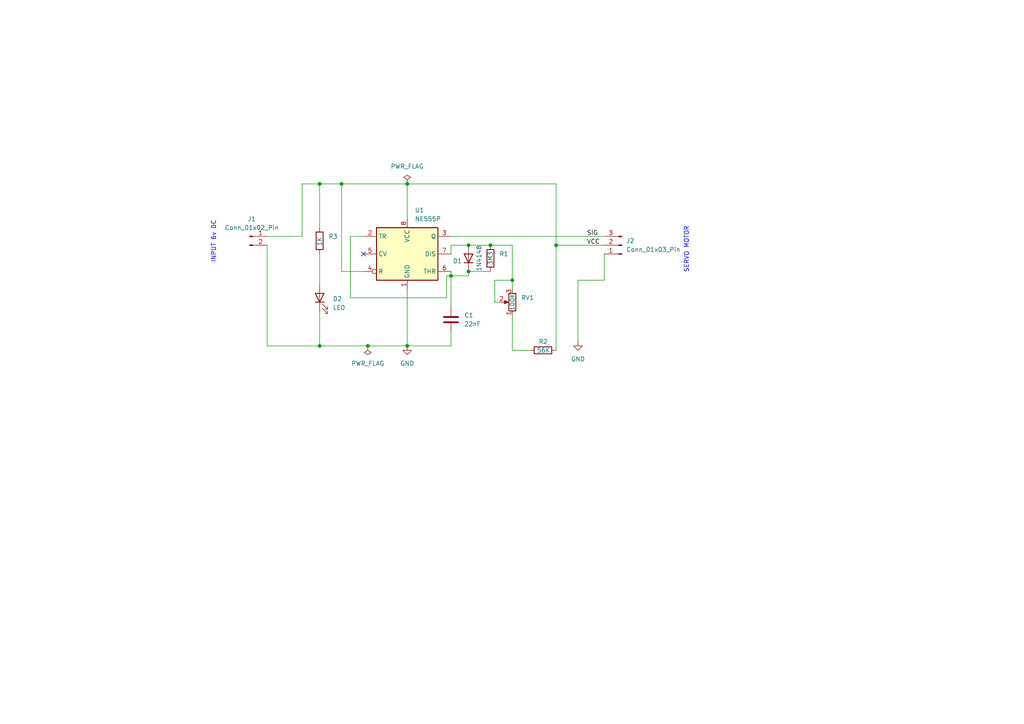
<source format=kicad_sch>
(kicad_sch
	(version 20231120)
	(generator "eeschema")
	(generator_version "8.0")
	(uuid "d749817e-7fb3-4488-9b70-5dff7a0793be")
	(paper "A4")
	(title_block
		(title "SERVO MOTOR TESTER")
		(date "2024-12-18")
		(company "BHARAT PCB")
		(comment 1 "DRAWN BY ASMIT")
	)
	(lib_symbols
		(symbol "Connector:Conn_01x02_Pin"
			(pin_names
				(offset 1.016) hide)
			(exclude_from_sim no)
			(in_bom yes)
			(on_board yes)
			(property "Reference" "J"
				(at 0 2.54 0)
				(effects
					(font
						(size 1.27 1.27)
					)
				)
			)
			(property "Value" "Conn_01x02_Pin"
				(at 0 -5.08 0)
				(effects
					(font
						(size 1.27 1.27)
					)
				)
			)
			(property "Footprint" ""
				(at 0 0 0)
				(effects
					(font
						(size 1.27 1.27)
					)
					(hide yes)
				)
			)
			(property "Datasheet" "~"
				(at 0 0 0)
				(effects
					(font
						(size 1.27 1.27)
					)
					(hide yes)
				)
			)
			(property "Description" "Generic connector, single row, 01x02, script generated"
				(at 0 0 0)
				(effects
					(font
						(size 1.27 1.27)
					)
					(hide yes)
				)
			)
			(property "ki_locked" ""
				(at 0 0 0)
				(effects
					(font
						(size 1.27 1.27)
					)
				)
			)
			(property "ki_keywords" "connector"
				(at 0 0 0)
				(effects
					(font
						(size 1.27 1.27)
					)
					(hide yes)
				)
			)
			(property "ki_fp_filters" "Connector*:*_1x??_*"
				(at 0 0 0)
				(effects
					(font
						(size 1.27 1.27)
					)
					(hide yes)
				)
			)
			(symbol "Conn_01x02_Pin_1_1"
				(polyline
					(pts
						(xy 1.27 -2.54) (xy 0.8636 -2.54)
					)
					(stroke
						(width 0.1524)
						(type default)
					)
					(fill
						(type none)
					)
				)
				(polyline
					(pts
						(xy 1.27 0) (xy 0.8636 0)
					)
					(stroke
						(width 0.1524)
						(type default)
					)
					(fill
						(type none)
					)
				)
				(rectangle
					(start 0.8636 -2.413)
					(end 0 -2.667)
					(stroke
						(width 0.1524)
						(type default)
					)
					(fill
						(type outline)
					)
				)
				(rectangle
					(start 0.8636 0.127)
					(end 0 -0.127)
					(stroke
						(width 0.1524)
						(type default)
					)
					(fill
						(type outline)
					)
				)
				(pin passive line
					(at 5.08 0 180)
					(length 3.81)
					(name "Pin_1"
						(effects
							(font
								(size 1.27 1.27)
							)
						)
					)
					(number "1"
						(effects
							(font
								(size 1.27 1.27)
							)
						)
					)
				)
				(pin passive line
					(at 5.08 -2.54 180)
					(length 3.81)
					(name "Pin_2"
						(effects
							(font
								(size 1.27 1.27)
							)
						)
					)
					(number "2"
						(effects
							(font
								(size 1.27 1.27)
							)
						)
					)
				)
			)
		)
		(symbol "Connector:Conn_01x03_Pin"
			(pin_names
				(offset 1.016) hide)
			(exclude_from_sim no)
			(in_bom yes)
			(on_board yes)
			(property "Reference" "J"
				(at 0 5.08 0)
				(effects
					(font
						(size 1.27 1.27)
					)
				)
			)
			(property "Value" "Conn_01x03_Pin"
				(at 0 -5.08 0)
				(effects
					(font
						(size 1.27 1.27)
					)
				)
			)
			(property "Footprint" ""
				(at 0 0 0)
				(effects
					(font
						(size 1.27 1.27)
					)
					(hide yes)
				)
			)
			(property "Datasheet" "~"
				(at 0 0 0)
				(effects
					(font
						(size 1.27 1.27)
					)
					(hide yes)
				)
			)
			(property "Description" "Generic connector, single row, 01x03, script generated"
				(at 0 0 0)
				(effects
					(font
						(size 1.27 1.27)
					)
					(hide yes)
				)
			)
			(property "ki_locked" ""
				(at 0 0 0)
				(effects
					(font
						(size 1.27 1.27)
					)
				)
			)
			(property "ki_keywords" "connector"
				(at 0 0 0)
				(effects
					(font
						(size 1.27 1.27)
					)
					(hide yes)
				)
			)
			(property "ki_fp_filters" "Connector*:*_1x??_*"
				(at 0 0 0)
				(effects
					(font
						(size 1.27 1.27)
					)
					(hide yes)
				)
			)
			(symbol "Conn_01x03_Pin_1_1"
				(polyline
					(pts
						(xy 1.27 -2.54) (xy 0.8636 -2.54)
					)
					(stroke
						(width 0.1524)
						(type default)
					)
					(fill
						(type none)
					)
				)
				(polyline
					(pts
						(xy 1.27 0) (xy 0.8636 0)
					)
					(stroke
						(width 0.1524)
						(type default)
					)
					(fill
						(type none)
					)
				)
				(polyline
					(pts
						(xy 1.27 2.54) (xy 0.8636 2.54)
					)
					(stroke
						(width 0.1524)
						(type default)
					)
					(fill
						(type none)
					)
				)
				(rectangle
					(start 0.8636 -2.413)
					(end 0 -2.667)
					(stroke
						(width 0.1524)
						(type default)
					)
					(fill
						(type outline)
					)
				)
				(rectangle
					(start 0.8636 0.127)
					(end 0 -0.127)
					(stroke
						(width 0.1524)
						(type default)
					)
					(fill
						(type outline)
					)
				)
				(rectangle
					(start 0.8636 2.667)
					(end 0 2.413)
					(stroke
						(width 0.1524)
						(type default)
					)
					(fill
						(type outline)
					)
				)
				(pin passive line
					(at 5.08 2.54 180)
					(length 3.81)
					(name "Pin_1"
						(effects
							(font
								(size 1.27 1.27)
							)
						)
					)
					(number "1"
						(effects
							(font
								(size 1.27 1.27)
							)
						)
					)
				)
				(pin passive line
					(at 5.08 0 180)
					(length 3.81)
					(name "Pin_2"
						(effects
							(font
								(size 1.27 1.27)
							)
						)
					)
					(number "2"
						(effects
							(font
								(size 1.27 1.27)
							)
						)
					)
				)
				(pin passive line
					(at 5.08 -2.54 180)
					(length 3.81)
					(name "Pin_3"
						(effects
							(font
								(size 1.27 1.27)
							)
						)
					)
					(number "3"
						(effects
							(font
								(size 1.27 1.27)
							)
						)
					)
				)
			)
		)
		(symbol "Device:C"
			(pin_numbers hide)
			(pin_names
				(offset 0.254)
			)
			(exclude_from_sim no)
			(in_bom yes)
			(on_board yes)
			(property "Reference" "C"
				(at 0.635 2.54 0)
				(effects
					(font
						(size 1.27 1.27)
					)
					(justify left)
				)
			)
			(property "Value" "C"
				(at 0.635 -2.54 0)
				(effects
					(font
						(size 1.27 1.27)
					)
					(justify left)
				)
			)
			(property "Footprint" ""
				(at 0.9652 -3.81 0)
				(effects
					(font
						(size 1.27 1.27)
					)
					(hide yes)
				)
			)
			(property "Datasheet" "~"
				(at 0 0 0)
				(effects
					(font
						(size 1.27 1.27)
					)
					(hide yes)
				)
			)
			(property "Description" "Unpolarized capacitor"
				(at 0 0 0)
				(effects
					(font
						(size 1.27 1.27)
					)
					(hide yes)
				)
			)
			(property "ki_keywords" "cap capacitor"
				(at 0 0 0)
				(effects
					(font
						(size 1.27 1.27)
					)
					(hide yes)
				)
			)
			(property "ki_fp_filters" "C_*"
				(at 0 0 0)
				(effects
					(font
						(size 1.27 1.27)
					)
					(hide yes)
				)
			)
			(symbol "C_0_1"
				(polyline
					(pts
						(xy -2.032 -0.762) (xy 2.032 -0.762)
					)
					(stroke
						(width 0.508)
						(type default)
					)
					(fill
						(type none)
					)
				)
				(polyline
					(pts
						(xy -2.032 0.762) (xy 2.032 0.762)
					)
					(stroke
						(width 0.508)
						(type default)
					)
					(fill
						(type none)
					)
				)
			)
			(symbol "C_1_1"
				(pin passive line
					(at 0 3.81 270)
					(length 2.794)
					(name "~"
						(effects
							(font
								(size 1.27 1.27)
							)
						)
					)
					(number "1"
						(effects
							(font
								(size 1.27 1.27)
							)
						)
					)
				)
				(pin passive line
					(at 0 -3.81 90)
					(length 2.794)
					(name "~"
						(effects
							(font
								(size 1.27 1.27)
							)
						)
					)
					(number "2"
						(effects
							(font
								(size 1.27 1.27)
							)
						)
					)
				)
			)
		)
		(symbol "Device:LED"
			(pin_numbers hide)
			(pin_names
				(offset 1.016) hide)
			(exclude_from_sim no)
			(in_bom yes)
			(on_board yes)
			(property "Reference" "D"
				(at 0 2.54 0)
				(effects
					(font
						(size 1.27 1.27)
					)
				)
			)
			(property "Value" "LED"
				(at 0 -2.54 0)
				(effects
					(font
						(size 1.27 1.27)
					)
				)
			)
			(property "Footprint" ""
				(at 0 0 0)
				(effects
					(font
						(size 1.27 1.27)
					)
					(hide yes)
				)
			)
			(property "Datasheet" "~"
				(at 0 0 0)
				(effects
					(font
						(size 1.27 1.27)
					)
					(hide yes)
				)
			)
			(property "Description" "Light emitting diode"
				(at 0 0 0)
				(effects
					(font
						(size 1.27 1.27)
					)
					(hide yes)
				)
			)
			(property "ki_keywords" "LED diode"
				(at 0 0 0)
				(effects
					(font
						(size 1.27 1.27)
					)
					(hide yes)
				)
			)
			(property "ki_fp_filters" "LED* LED_SMD:* LED_THT:*"
				(at 0 0 0)
				(effects
					(font
						(size 1.27 1.27)
					)
					(hide yes)
				)
			)
			(symbol "LED_0_1"
				(polyline
					(pts
						(xy -1.27 -1.27) (xy -1.27 1.27)
					)
					(stroke
						(width 0.254)
						(type default)
					)
					(fill
						(type none)
					)
				)
				(polyline
					(pts
						(xy -1.27 0) (xy 1.27 0)
					)
					(stroke
						(width 0)
						(type default)
					)
					(fill
						(type none)
					)
				)
				(polyline
					(pts
						(xy 1.27 -1.27) (xy 1.27 1.27) (xy -1.27 0) (xy 1.27 -1.27)
					)
					(stroke
						(width 0.254)
						(type default)
					)
					(fill
						(type none)
					)
				)
				(polyline
					(pts
						(xy -3.048 -0.762) (xy -4.572 -2.286) (xy -3.81 -2.286) (xy -4.572 -2.286) (xy -4.572 -1.524)
					)
					(stroke
						(width 0)
						(type default)
					)
					(fill
						(type none)
					)
				)
				(polyline
					(pts
						(xy -1.778 -0.762) (xy -3.302 -2.286) (xy -2.54 -2.286) (xy -3.302 -2.286) (xy -3.302 -1.524)
					)
					(stroke
						(width 0)
						(type default)
					)
					(fill
						(type none)
					)
				)
			)
			(symbol "LED_1_1"
				(pin passive line
					(at -3.81 0 0)
					(length 2.54)
					(name "K"
						(effects
							(font
								(size 1.27 1.27)
							)
						)
					)
					(number "1"
						(effects
							(font
								(size 1.27 1.27)
							)
						)
					)
				)
				(pin passive line
					(at 3.81 0 180)
					(length 2.54)
					(name "A"
						(effects
							(font
								(size 1.27 1.27)
							)
						)
					)
					(number "2"
						(effects
							(font
								(size 1.27 1.27)
							)
						)
					)
				)
			)
		)
		(symbol "Device:R"
			(pin_numbers hide)
			(pin_names
				(offset 0)
			)
			(exclude_from_sim no)
			(in_bom yes)
			(on_board yes)
			(property "Reference" "R"
				(at 2.032 0 90)
				(effects
					(font
						(size 1.27 1.27)
					)
				)
			)
			(property "Value" "R"
				(at 0 0 90)
				(effects
					(font
						(size 1.27 1.27)
					)
				)
			)
			(property "Footprint" ""
				(at -1.778 0 90)
				(effects
					(font
						(size 1.27 1.27)
					)
					(hide yes)
				)
			)
			(property "Datasheet" "~"
				(at 0 0 0)
				(effects
					(font
						(size 1.27 1.27)
					)
					(hide yes)
				)
			)
			(property "Description" "Resistor"
				(at 0 0 0)
				(effects
					(font
						(size 1.27 1.27)
					)
					(hide yes)
				)
			)
			(property "ki_keywords" "R res resistor"
				(at 0 0 0)
				(effects
					(font
						(size 1.27 1.27)
					)
					(hide yes)
				)
			)
			(property "ki_fp_filters" "R_*"
				(at 0 0 0)
				(effects
					(font
						(size 1.27 1.27)
					)
					(hide yes)
				)
			)
			(symbol "R_0_1"
				(rectangle
					(start -1.016 -2.54)
					(end 1.016 2.54)
					(stroke
						(width 0.254)
						(type default)
					)
					(fill
						(type none)
					)
				)
			)
			(symbol "R_1_1"
				(pin passive line
					(at 0 3.81 270)
					(length 1.27)
					(name "~"
						(effects
							(font
								(size 1.27 1.27)
							)
						)
					)
					(number "1"
						(effects
							(font
								(size 1.27 1.27)
							)
						)
					)
				)
				(pin passive line
					(at 0 -3.81 90)
					(length 1.27)
					(name "~"
						(effects
							(font
								(size 1.27 1.27)
							)
						)
					)
					(number "2"
						(effects
							(font
								(size 1.27 1.27)
							)
						)
					)
				)
			)
		)
		(symbol "Device:R_Potentiometer"
			(pin_names
				(offset 1.016) hide)
			(exclude_from_sim no)
			(in_bom yes)
			(on_board yes)
			(property "Reference" "RV"
				(at -4.445 0 90)
				(effects
					(font
						(size 1.27 1.27)
					)
				)
			)
			(property "Value" "R_Potentiometer"
				(at -2.54 0 90)
				(effects
					(font
						(size 1.27 1.27)
					)
				)
			)
			(property "Footprint" ""
				(at 0 0 0)
				(effects
					(font
						(size 1.27 1.27)
					)
					(hide yes)
				)
			)
			(property "Datasheet" "~"
				(at 0 0 0)
				(effects
					(font
						(size 1.27 1.27)
					)
					(hide yes)
				)
			)
			(property "Description" "Potentiometer"
				(at 0 0 0)
				(effects
					(font
						(size 1.27 1.27)
					)
					(hide yes)
				)
			)
			(property "ki_keywords" "resistor variable"
				(at 0 0 0)
				(effects
					(font
						(size 1.27 1.27)
					)
					(hide yes)
				)
			)
			(property "ki_fp_filters" "Potentiometer*"
				(at 0 0 0)
				(effects
					(font
						(size 1.27 1.27)
					)
					(hide yes)
				)
			)
			(symbol "R_Potentiometer_0_1"
				(polyline
					(pts
						(xy 2.54 0) (xy 1.524 0)
					)
					(stroke
						(width 0)
						(type default)
					)
					(fill
						(type none)
					)
				)
				(polyline
					(pts
						(xy 1.143 0) (xy 2.286 0.508) (xy 2.286 -0.508) (xy 1.143 0)
					)
					(stroke
						(width 0)
						(type default)
					)
					(fill
						(type outline)
					)
				)
				(rectangle
					(start 1.016 2.54)
					(end -1.016 -2.54)
					(stroke
						(width 0.254)
						(type default)
					)
					(fill
						(type none)
					)
				)
			)
			(symbol "R_Potentiometer_1_1"
				(pin passive line
					(at 0 3.81 270)
					(length 1.27)
					(name "1"
						(effects
							(font
								(size 1.27 1.27)
							)
						)
					)
					(number "1"
						(effects
							(font
								(size 1.27 1.27)
							)
						)
					)
				)
				(pin passive line
					(at 3.81 0 180)
					(length 1.27)
					(name "2"
						(effects
							(font
								(size 1.27 1.27)
							)
						)
					)
					(number "2"
						(effects
							(font
								(size 1.27 1.27)
							)
						)
					)
				)
				(pin passive line
					(at 0 -3.81 90)
					(length 1.27)
					(name "3"
						(effects
							(font
								(size 1.27 1.27)
							)
						)
					)
					(number "3"
						(effects
							(font
								(size 1.27 1.27)
							)
						)
					)
				)
			)
		)
		(symbol "Diode:1N4148"
			(pin_numbers hide)
			(pin_names hide)
			(exclude_from_sim no)
			(in_bom yes)
			(on_board yes)
			(property "Reference" "D"
				(at 0 2.54 0)
				(effects
					(font
						(size 1.27 1.27)
					)
				)
			)
			(property "Value" "1N4148"
				(at 0 -2.54 0)
				(effects
					(font
						(size 1.27 1.27)
					)
				)
			)
			(property "Footprint" "Diode_THT:D_DO-35_SOD27_P7.62mm_Horizontal"
				(at 0 0 0)
				(effects
					(font
						(size 1.27 1.27)
					)
					(hide yes)
				)
			)
			(property "Datasheet" "https://assets.nexperia.com/documents/data-sheet/1N4148_1N4448.pdf"
				(at 0 0 0)
				(effects
					(font
						(size 1.27 1.27)
					)
					(hide yes)
				)
			)
			(property "Description" "100V 0.15A standard switching diode, DO-35"
				(at 0 0 0)
				(effects
					(font
						(size 1.27 1.27)
					)
					(hide yes)
				)
			)
			(property "Sim.Device" "D"
				(at 0 0 0)
				(effects
					(font
						(size 1.27 1.27)
					)
					(hide yes)
				)
			)
			(property "Sim.Pins" "1=K 2=A"
				(at 0 0 0)
				(effects
					(font
						(size 1.27 1.27)
					)
					(hide yes)
				)
			)
			(property "ki_keywords" "diode"
				(at 0 0 0)
				(effects
					(font
						(size 1.27 1.27)
					)
					(hide yes)
				)
			)
			(property "ki_fp_filters" "D*DO?35*"
				(at 0 0 0)
				(effects
					(font
						(size 1.27 1.27)
					)
					(hide yes)
				)
			)
			(symbol "1N4148_0_1"
				(polyline
					(pts
						(xy -1.27 1.27) (xy -1.27 -1.27)
					)
					(stroke
						(width 0.254)
						(type default)
					)
					(fill
						(type none)
					)
				)
				(polyline
					(pts
						(xy 1.27 0) (xy -1.27 0)
					)
					(stroke
						(width 0)
						(type default)
					)
					(fill
						(type none)
					)
				)
				(polyline
					(pts
						(xy 1.27 1.27) (xy 1.27 -1.27) (xy -1.27 0) (xy 1.27 1.27)
					)
					(stroke
						(width 0.254)
						(type default)
					)
					(fill
						(type none)
					)
				)
			)
			(symbol "1N4148_1_1"
				(pin passive line
					(at -3.81 0 0)
					(length 2.54)
					(name "K"
						(effects
							(font
								(size 1.27 1.27)
							)
						)
					)
					(number "1"
						(effects
							(font
								(size 1.27 1.27)
							)
						)
					)
				)
				(pin passive line
					(at 3.81 0 180)
					(length 2.54)
					(name "A"
						(effects
							(font
								(size 1.27 1.27)
							)
						)
					)
					(number "2"
						(effects
							(font
								(size 1.27 1.27)
							)
						)
					)
				)
			)
		)
		(symbol "Timer:NE555P"
			(exclude_from_sim no)
			(in_bom yes)
			(on_board yes)
			(property "Reference" "U"
				(at -10.16 8.89 0)
				(effects
					(font
						(size 1.27 1.27)
					)
					(justify left)
				)
			)
			(property "Value" "NE555P"
				(at 2.54 8.89 0)
				(effects
					(font
						(size 1.27 1.27)
					)
					(justify left)
				)
			)
			(property "Footprint" "Package_DIP:DIP-8_W7.62mm"
				(at 16.51 -10.16 0)
				(effects
					(font
						(size 1.27 1.27)
					)
					(hide yes)
				)
			)
			(property "Datasheet" "http://www.ti.com/lit/ds/symlink/ne555.pdf"
				(at 21.59 -10.16 0)
				(effects
					(font
						(size 1.27 1.27)
					)
					(hide yes)
				)
			)
			(property "Description" "Precision Timers, 555 compatible,  PDIP-8"
				(at 0 0 0)
				(effects
					(font
						(size 1.27 1.27)
					)
					(hide yes)
				)
			)
			(property "ki_keywords" "single timer 555"
				(at 0 0 0)
				(effects
					(font
						(size 1.27 1.27)
					)
					(hide yes)
				)
			)
			(property "ki_fp_filters" "DIP*W7.62mm*"
				(at 0 0 0)
				(effects
					(font
						(size 1.27 1.27)
					)
					(hide yes)
				)
			)
			(symbol "NE555P_0_0"
				(pin power_in line
					(at 0 -10.16 90)
					(length 2.54)
					(name "GND"
						(effects
							(font
								(size 1.27 1.27)
							)
						)
					)
					(number "1"
						(effects
							(font
								(size 1.27 1.27)
							)
						)
					)
				)
				(pin power_in line
					(at 0 10.16 270)
					(length 2.54)
					(name "VCC"
						(effects
							(font
								(size 1.27 1.27)
							)
						)
					)
					(number "8"
						(effects
							(font
								(size 1.27 1.27)
							)
						)
					)
				)
			)
			(symbol "NE555P_0_1"
				(rectangle
					(start -8.89 -7.62)
					(end 8.89 7.62)
					(stroke
						(width 0.254)
						(type default)
					)
					(fill
						(type background)
					)
				)
				(rectangle
					(start -8.89 -7.62)
					(end 8.89 7.62)
					(stroke
						(width 0.254)
						(type default)
					)
					(fill
						(type background)
					)
				)
			)
			(symbol "NE555P_1_1"
				(pin input line
					(at -12.7 5.08 0)
					(length 3.81)
					(name "TR"
						(effects
							(font
								(size 1.27 1.27)
							)
						)
					)
					(number "2"
						(effects
							(font
								(size 1.27 1.27)
							)
						)
					)
				)
				(pin output line
					(at 12.7 5.08 180)
					(length 3.81)
					(name "Q"
						(effects
							(font
								(size 1.27 1.27)
							)
						)
					)
					(number "3"
						(effects
							(font
								(size 1.27 1.27)
							)
						)
					)
				)
				(pin input inverted
					(at -12.7 -5.08 0)
					(length 3.81)
					(name "R"
						(effects
							(font
								(size 1.27 1.27)
							)
						)
					)
					(number "4"
						(effects
							(font
								(size 1.27 1.27)
							)
						)
					)
				)
				(pin input line
					(at -12.7 0 0)
					(length 3.81)
					(name "CV"
						(effects
							(font
								(size 1.27 1.27)
							)
						)
					)
					(number "5"
						(effects
							(font
								(size 1.27 1.27)
							)
						)
					)
				)
				(pin input line
					(at 12.7 -5.08 180)
					(length 3.81)
					(name "THR"
						(effects
							(font
								(size 1.27 1.27)
							)
						)
					)
					(number "6"
						(effects
							(font
								(size 1.27 1.27)
							)
						)
					)
				)
				(pin input line
					(at 12.7 0 180)
					(length 3.81)
					(name "DIS"
						(effects
							(font
								(size 1.27 1.27)
							)
						)
					)
					(number "7"
						(effects
							(font
								(size 1.27 1.27)
							)
						)
					)
				)
			)
		)
		(symbol "power:GND"
			(power)
			(pin_numbers hide)
			(pin_names
				(offset 0) hide)
			(exclude_from_sim no)
			(in_bom yes)
			(on_board yes)
			(property "Reference" "#PWR"
				(at 0 -6.35 0)
				(effects
					(font
						(size 1.27 1.27)
					)
					(hide yes)
				)
			)
			(property "Value" "GND"
				(at 0 -3.81 0)
				(effects
					(font
						(size 1.27 1.27)
					)
				)
			)
			(property "Footprint" ""
				(at 0 0 0)
				(effects
					(font
						(size 1.27 1.27)
					)
					(hide yes)
				)
			)
			(property "Datasheet" ""
				(at 0 0 0)
				(effects
					(font
						(size 1.27 1.27)
					)
					(hide yes)
				)
			)
			(property "Description" "Power symbol creates a global label with name \"GND\" , ground"
				(at 0 0 0)
				(effects
					(font
						(size 1.27 1.27)
					)
					(hide yes)
				)
			)
			(property "ki_keywords" "global power"
				(at 0 0 0)
				(effects
					(font
						(size 1.27 1.27)
					)
					(hide yes)
				)
			)
			(symbol "GND_0_1"
				(polyline
					(pts
						(xy 0 0) (xy 0 -1.27) (xy 1.27 -1.27) (xy 0 -2.54) (xy -1.27 -1.27) (xy 0 -1.27)
					)
					(stroke
						(width 0)
						(type default)
					)
					(fill
						(type none)
					)
				)
			)
			(symbol "GND_1_1"
				(pin power_in line
					(at 0 0 270)
					(length 0)
					(name "~"
						(effects
							(font
								(size 1.27 1.27)
							)
						)
					)
					(number "1"
						(effects
							(font
								(size 1.27 1.27)
							)
						)
					)
				)
			)
		)
		(symbol "power:PWR_FLAG"
			(power)
			(pin_numbers hide)
			(pin_names
				(offset 0) hide)
			(exclude_from_sim no)
			(in_bom yes)
			(on_board yes)
			(property "Reference" "#FLG"
				(at 0 1.905 0)
				(effects
					(font
						(size 1.27 1.27)
					)
					(hide yes)
				)
			)
			(property "Value" "PWR_FLAG"
				(at 0 3.81 0)
				(effects
					(font
						(size 1.27 1.27)
					)
				)
			)
			(property "Footprint" ""
				(at 0 0 0)
				(effects
					(font
						(size 1.27 1.27)
					)
					(hide yes)
				)
			)
			(property "Datasheet" "~"
				(at 0 0 0)
				(effects
					(font
						(size 1.27 1.27)
					)
					(hide yes)
				)
			)
			(property "Description" "Special symbol for telling ERC where power comes from"
				(at 0 0 0)
				(effects
					(font
						(size 1.27 1.27)
					)
					(hide yes)
				)
			)
			(property "ki_keywords" "flag power"
				(at 0 0 0)
				(effects
					(font
						(size 1.27 1.27)
					)
					(hide yes)
				)
			)
			(symbol "PWR_FLAG_0_0"
				(pin power_out line
					(at 0 0 90)
					(length 0)
					(name "~"
						(effects
							(font
								(size 1.27 1.27)
							)
						)
					)
					(number "1"
						(effects
							(font
								(size 1.27 1.27)
							)
						)
					)
				)
			)
			(symbol "PWR_FLAG_0_1"
				(polyline
					(pts
						(xy 0 0) (xy 0 1.27) (xy -1.016 1.905) (xy 0 2.54) (xy 1.016 1.905) (xy 0 1.27)
					)
					(stroke
						(width 0)
						(type default)
					)
					(fill
						(type none)
					)
				)
			)
		)
	)
	(junction
		(at 148.59 81.28)
		(diameter 0)
		(color 0 0 0 0)
		(uuid "0520ac5e-3ceb-4291-aa26-df5e950c9006")
	)
	(junction
		(at 135.89 78.74)
		(diameter 0)
		(color 0 0 0 0)
		(uuid "1e1589f7-0f7c-4750-a4f3-ceb441f55e22")
	)
	(junction
		(at 106.68 100.33)
		(diameter 0)
		(color 0 0 0 0)
		(uuid "2d844d33-233c-4f1d-8188-c6c77d348b07")
	)
	(junction
		(at 92.71 53.34)
		(diameter 0)
		(color 0 0 0 0)
		(uuid "30e6c428-13f6-4ba4-8416-b80c441ae6fc")
	)
	(junction
		(at 118.11 100.33)
		(diameter 0)
		(color 0 0 0 0)
		(uuid "84498781-f814-4637-8e98-0d1ff7d9cb06")
	)
	(junction
		(at 92.71 100.33)
		(diameter 0)
		(color 0 0 0 0)
		(uuid "acbe3854-a967-4cd5-8bb5-f25c713d645b")
	)
	(junction
		(at 130.81 80.01)
		(diameter 0)
		(color 0 0 0 0)
		(uuid "c6cd7515-02cf-432d-a741-8df49226e015")
	)
	(junction
		(at 142.24 71.12)
		(diameter 0)
		(color 0 0 0 0)
		(uuid "cd1332bc-a800-49ad-9afb-1d15f96e10f0")
	)
	(junction
		(at 99.06 53.34)
		(diameter 0)
		(color 0 0 0 0)
		(uuid "d499cfdf-b593-484c-bb20-664c7cc1c31d")
	)
	(junction
		(at 118.11 53.34)
		(diameter 0)
		(color 0 0 0 0)
		(uuid "d911ef93-4f6f-4c6b-a2a5-4d62a32c5993")
	)
	(junction
		(at 135.89 71.12)
		(diameter 0)
		(color 0 0 0 0)
		(uuid "e5320f37-af14-4ebb-a9c2-af686571dfcb")
	)
	(junction
		(at 161.29 71.12)
		(diameter 0)
		(color 0 0 0 0)
		(uuid "e7fc6b20-a112-4976-8dda-0f849cbeacbd")
	)
	(no_connect
		(at 105.41 73.66)
		(uuid "5ee726e3-ea71-4d81-90fd-0589f68f9fc6")
	)
	(wire
		(pts
			(xy 99.06 78.74) (xy 105.41 78.74)
		)
		(stroke
			(width 0)
			(type default)
		)
		(uuid "00df0ff7-5f50-4b8f-92d8-b81e47e02fa7")
	)
	(wire
		(pts
			(xy 143.51 87.63) (xy 143.51 81.28)
		)
		(stroke
			(width 0)
			(type default)
		)
		(uuid "0bdc9391-5d70-4e29-bb43-a01b25c3ce30")
	)
	(wire
		(pts
			(xy 87.63 53.34) (xy 92.71 53.34)
		)
		(stroke
			(width 0)
			(type default)
		)
		(uuid "1ab25765-13ba-4413-95e6-9dc929e3ec5d")
	)
	(wire
		(pts
			(xy 118.11 100.33) (xy 118.11 83.82)
		)
		(stroke
			(width 0)
			(type default)
		)
		(uuid "1f13f639-83ff-476c-b4a1-3b4a856ed4c9")
	)
	(wire
		(pts
			(xy 142.24 78.74) (xy 135.89 78.74)
		)
		(stroke
			(width 0)
			(type default)
		)
		(uuid "28630d29-3c7c-4dda-8f79-b76306c4817b")
	)
	(wire
		(pts
			(xy 92.71 100.33) (xy 106.68 100.33)
		)
		(stroke
			(width 0)
			(type default)
		)
		(uuid "36d9aecd-b736-46ec-b81b-7e424775102e")
	)
	(wire
		(pts
			(xy 135.89 80.01) (xy 135.89 78.74)
		)
		(stroke
			(width 0)
			(type default)
		)
		(uuid "38531250-fa03-4c84-8aaa-8c24ee8f6d97")
	)
	(wire
		(pts
			(xy 130.81 78.74) (xy 130.81 80.01)
		)
		(stroke
			(width 0)
			(type default)
		)
		(uuid "3d4443ba-3b77-4c1c-82ab-30ab1fab0da2")
	)
	(wire
		(pts
			(xy 129.54 86.36) (xy 129.54 80.01)
		)
		(stroke
			(width 0)
			(type default)
		)
		(uuid "424e035c-cc4d-4b4f-bf57-ae48a7c104f0")
	)
	(wire
		(pts
			(xy 92.71 53.34) (xy 92.71 66.04)
		)
		(stroke
			(width 0)
			(type default)
		)
		(uuid "4259c83f-3313-4cef-aa1d-449f323f8dc0")
	)
	(wire
		(pts
			(xy 148.59 101.6) (xy 153.67 101.6)
		)
		(stroke
			(width 0)
			(type default)
		)
		(uuid "4f4c851c-9a82-491c-bfc9-f6d7d4ad5dec")
	)
	(wire
		(pts
			(xy 175.26 81.28) (xy 167.64 81.28)
		)
		(stroke
			(width 0)
			(type default)
		)
		(uuid "5790b135-ff01-4cc1-a541-c42ae7a83d92")
	)
	(wire
		(pts
			(xy 77.47 68.58) (xy 87.63 68.58)
		)
		(stroke
			(width 0)
			(type default)
		)
		(uuid "584cb0ea-f54e-4837-80d0-c61dae44e7af")
	)
	(wire
		(pts
			(xy 148.59 91.44) (xy 148.59 101.6)
		)
		(stroke
			(width 0)
			(type default)
		)
		(uuid "5db3f4c3-30c3-4d67-a129-f2291a35dad4")
	)
	(wire
		(pts
			(xy 77.47 100.33) (xy 92.71 100.33)
		)
		(stroke
			(width 0)
			(type default)
		)
		(uuid "697bc382-84e1-4582-92b5-db5b77b408ad")
	)
	(wire
		(pts
			(xy 87.63 68.58) (xy 87.63 53.34)
		)
		(stroke
			(width 0)
			(type default)
		)
		(uuid "69b65479-6876-4fe4-9b67-b53b568d7ded")
	)
	(wire
		(pts
			(xy 130.81 88.9) (xy 130.81 80.01)
		)
		(stroke
			(width 0)
			(type default)
		)
		(uuid "6cb5f573-9b06-4a07-bc5a-17ea2d63dced")
	)
	(wire
		(pts
			(xy 118.11 53.34) (xy 161.29 53.34)
		)
		(stroke
			(width 0)
			(type default)
		)
		(uuid "724f6de4-692d-43a3-bb07-b5d54dd0cb66")
	)
	(wire
		(pts
			(xy 118.11 63.5) (xy 118.11 53.34)
		)
		(stroke
			(width 0)
			(type default)
		)
		(uuid "73da3bed-bf9f-4b26-8733-ce093ec569d9")
	)
	(wire
		(pts
			(xy 106.68 100.33) (xy 118.11 100.33)
		)
		(stroke
			(width 0)
			(type default)
		)
		(uuid "762e14c6-8154-4d6b-8075-02defdd244a7")
	)
	(wire
		(pts
			(xy 161.29 53.34) (xy 161.29 71.12)
		)
		(stroke
			(width 0)
			(type default)
		)
		(uuid "7a90410a-6cea-4ce3-a681-65266221aaa9")
	)
	(wire
		(pts
			(xy 130.81 73.66) (xy 130.81 71.12)
		)
		(stroke
			(width 0)
			(type default)
		)
		(uuid "7b55b7f8-c969-4b82-8d19-49ac794d8d6c")
	)
	(wire
		(pts
			(xy 105.41 68.58) (xy 101.6 68.58)
		)
		(stroke
			(width 0)
			(type default)
		)
		(uuid "7b6504bb-ec3b-4afd-8ecb-da3d0f3e3fb6")
	)
	(wire
		(pts
			(xy 99.06 53.34) (xy 99.06 78.74)
		)
		(stroke
			(width 0)
			(type default)
		)
		(uuid "80f7d251-41dc-4bd2-9b5f-140f6033727e")
	)
	(wire
		(pts
			(xy 118.11 53.34) (xy 99.06 53.34)
		)
		(stroke
			(width 0)
			(type default)
		)
		(uuid "8304e70c-9b0b-4414-8d2c-4057507b19af")
	)
	(wire
		(pts
			(xy 130.81 96.52) (xy 130.81 100.33)
		)
		(stroke
			(width 0)
			(type default)
		)
		(uuid "87ccf0c5-ab05-4e90-b910-b72fca914915")
	)
	(wire
		(pts
			(xy 77.47 71.12) (xy 77.47 100.33)
		)
		(stroke
			(width 0)
			(type default)
		)
		(uuid "8d41efe2-01e3-4292-aca6-1a26f37d74f9")
	)
	(wire
		(pts
			(xy 148.59 71.12) (xy 142.24 71.12)
		)
		(stroke
			(width 0)
			(type default)
		)
		(uuid "8f42e288-7de7-473b-b858-4b5e8144cab0")
	)
	(wire
		(pts
			(xy 161.29 71.12) (xy 175.26 71.12)
		)
		(stroke
			(width 0)
			(type default)
		)
		(uuid "92d68410-d61c-4feb-b707-e7b059348eb5")
	)
	(wire
		(pts
			(xy 130.81 71.12) (xy 135.89 71.12)
		)
		(stroke
			(width 0)
			(type default)
		)
		(uuid "953612ca-b3ce-4dbe-80f7-09b474af73d4")
	)
	(wire
		(pts
			(xy 129.54 80.01) (xy 130.81 80.01)
		)
		(stroke
			(width 0)
			(type default)
		)
		(uuid "ab725f33-6738-4827-adab-1e5f0e273b8d")
	)
	(wire
		(pts
			(xy 130.81 68.58) (xy 175.26 68.58)
		)
		(stroke
			(width 0)
			(type default)
		)
		(uuid "ac4cbae4-9ace-4e02-b145-278d791a0aad")
	)
	(wire
		(pts
			(xy 148.59 83.82) (xy 148.59 81.28)
		)
		(stroke
			(width 0)
			(type default)
		)
		(uuid "ad24799b-8b1f-4a72-9515-9703357222c1")
	)
	(wire
		(pts
			(xy 130.81 80.01) (xy 135.89 80.01)
		)
		(stroke
			(width 0)
			(type default)
		)
		(uuid "b2a40c6f-0850-4c52-a5ca-6c3e6237c0b2")
	)
	(wire
		(pts
			(xy 143.51 81.28) (xy 148.59 81.28)
		)
		(stroke
			(width 0)
			(type default)
		)
		(uuid "b996eb66-817a-40e4-9212-915515442058")
	)
	(wire
		(pts
			(xy 101.6 86.36) (xy 129.54 86.36)
		)
		(stroke
			(width 0)
			(type default)
		)
		(uuid "c3d185d8-bd8a-455b-b374-858032575650")
	)
	(wire
		(pts
			(xy 161.29 71.12) (xy 161.29 101.6)
		)
		(stroke
			(width 0)
			(type default)
		)
		(uuid "c825e91a-2f93-4c2b-be10-bc20d7d3c25e")
	)
	(wire
		(pts
			(xy 101.6 68.58) (xy 101.6 86.36)
		)
		(stroke
			(width 0)
			(type default)
		)
		(uuid "ca86d4d1-6c8f-4732-bb87-f6e1f94ffec8")
	)
	(wire
		(pts
			(xy 92.71 73.66) (xy 92.71 82.55)
		)
		(stroke
			(width 0)
			(type default)
		)
		(uuid "d0c6292e-22c9-4707-b27c-5af15858be05")
	)
	(wire
		(pts
			(xy 135.89 71.12) (xy 142.24 71.12)
		)
		(stroke
			(width 0)
			(type default)
		)
		(uuid "d1c2e630-a35e-430d-ad9f-5524e65b0c7f")
	)
	(wire
		(pts
			(xy 148.59 81.28) (xy 148.59 71.12)
		)
		(stroke
			(width 0)
			(type default)
		)
		(uuid "e727ff75-b20f-40a2-b745-b021177d505d")
	)
	(wire
		(pts
			(xy 144.78 87.63) (xy 143.51 87.63)
		)
		(stroke
			(width 0)
			(type default)
		)
		(uuid "ec92e22d-d647-4b01-a9f4-0aa794c1c974")
	)
	(wire
		(pts
			(xy 167.64 81.28) (xy 167.64 99.06)
		)
		(stroke
			(width 0)
			(type default)
		)
		(uuid "f0e036b2-cef1-46cd-9018-c62623ceed90")
	)
	(wire
		(pts
			(xy 92.71 53.34) (xy 99.06 53.34)
		)
		(stroke
			(width 0)
			(type default)
		)
		(uuid "f9fa666e-3cd5-42fc-89bf-5e33fac6812d")
	)
	(wire
		(pts
			(xy 92.71 90.17) (xy 92.71 100.33)
		)
		(stroke
			(width 0)
			(type default)
		)
		(uuid "fd5233ac-c086-4b11-9c54-9898406b3545")
	)
	(wire
		(pts
			(xy 175.26 81.28) (xy 175.26 73.66)
		)
		(stroke
			(width 0)
			(type default)
		)
		(uuid "fd6be4cd-9742-45bf-889c-6a3726e6d33e")
	)
	(wire
		(pts
			(xy 130.81 100.33) (xy 118.11 100.33)
		)
		(stroke
			(width 0)
			(type default)
		)
		(uuid "fe9546ed-337d-415c-acd9-cc3f13b1a886")
	)
	(text "INPUT 6v DC"
		(exclude_from_sim no)
		(at 61.976 70.104 90)
		(effects
			(font
				(size 1.27 1.27)
			)
		)
		(uuid "11d7f0a5-7d0b-41ca-9ad3-54b18f9e3a2b")
	)
	(text "SERVO MOTOR"
		(exclude_from_sim no)
		(at 199.136 72.39 90)
		(effects
			(font
				(size 1.27 1.27)
			)
		)
		(uuid "ad8bb534-3c14-461b-9122-e86d19f378cc")
	)
	(label "VCC"
		(at 170.18 71.12 0)
		(fields_autoplaced yes)
		(effects
			(font
				(size 1.27 1.27)
			)
			(justify left bottom)
		)
		(uuid "b639ab0d-0c3d-4dd3-8828-a72ff5b7aeaf")
	)
	(label "SIG"
		(at 170.18 68.58 0)
		(fields_autoplaced yes)
		(effects
			(font
				(size 1.27 1.27)
			)
			(justify left bottom)
		)
		(uuid "f9533093-762e-4f19-a70f-c05193ab6e49")
	)
	(symbol
		(lib_id "Device:R")
		(at 157.48 101.6 270)
		(unit 1)
		(exclude_from_sim no)
		(in_bom yes)
		(on_board yes)
		(dnp no)
		(uuid "1160c847-f6ad-46f8-8bce-07536c08f037")
		(property "Reference" "R2"
			(at 156.21 99.06 90)
			(effects
				(font
					(size 1.27 1.27)
				)
				(justify left)
			)
		)
		(property "Value" "56K"
			(at 155.702 101.6 90)
			(effects
				(font
					(size 1.27 1.27)
				)
				(justify left)
			)
		)
		(property "Footprint" "Resistor_THT:R_Axial_DIN0204_L3.6mm_D1.6mm_P7.62mm_Horizontal"
			(at 157.48 99.822 90)
			(effects
				(font
					(size 1.27 1.27)
				)
				(hide yes)
			)
		)
		(property "Datasheet" "~"
			(at 157.48 101.6 0)
			(effects
				(font
					(size 1.27 1.27)
				)
				(hide yes)
			)
		)
		(property "Description" "Resistor"
			(at 157.48 101.6 0)
			(effects
				(font
					(size 1.27 1.27)
				)
				(hide yes)
			)
		)
		(pin "2"
			(uuid "8a071363-1672-46c3-b0f8-9c15f2928854")
		)
		(pin "1"
			(uuid "438601b9-1d04-4bfa-9139-77586c793c75")
		)
		(instances
			(project ""
				(path "/d749817e-7fb3-4488-9b70-5dff7a0793be"
					(reference "R2")
					(unit 1)
				)
			)
		)
	)
	(symbol
		(lib_id "power:GND")
		(at 167.64 99.06 0)
		(unit 1)
		(exclude_from_sim no)
		(in_bom yes)
		(on_board yes)
		(dnp no)
		(fields_autoplaced yes)
		(uuid "56041d0c-2636-4a82-9dc5-1cf94462e506")
		(property "Reference" "#PWR02"
			(at 167.64 105.41 0)
			(effects
				(font
					(size 1.27 1.27)
				)
				(hide yes)
			)
		)
		(property "Value" "GND"
			(at 167.64 104.14 0)
			(effects
				(font
					(size 1.27 1.27)
				)
			)
		)
		(property "Footprint" ""
			(at 167.64 99.06 0)
			(effects
				(font
					(size 1.27 1.27)
				)
				(hide yes)
			)
		)
		(property "Datasheet" ""
			(at 167.64 99.06 0)
			(effects
				(font
					(size 1.27 1.27)
				)
				(hide yes)
			)
		)
		(property "Description" "Power symbol creates a global label with name \"GND\" , ground"
			(at 167.64 99.06 0)
			(effects
				(font
					(size 1.27 1.27)
				)
				(hide yes)
			)
		)
		(pin "1"
			(uuid "501740ab-12c4-4f47-9b45-5bd1fbd11079")
		)
		(instances
			(project ""
				(path "/d749817e-7fb3-4488-9b70-5dff7a0793be"
					(reference "#PWR02")
					(unit 1)
				)
			)
		)
	)
	(symbol
		(lib_id "Connector:Conn_01x03_Pin")
		(at 180.34 71.12 180)
		(unit 1)
		(exclude_from_sim no)
		(in_bom yes)
		(on_board yes)
		(dnp no)
		(fields_autoplaced yes)
		(uuid "75d416ea-6fb6-4160-be12-c1163ac5e004")
		(property "Reference" "J2"
			(at 181.61 69.8499 0)
			(effects
				(font
					(size 1.27 1.27)
				)
				(justify right)
			)
		)
		(property "Value" "Conn_01x03_Pin"
			(at 181.61 72.3899 0)
			(effects
				(font
					(size 1.27 1.27)
				)
				(justify right)
			)
		)
		(property "Footprint" "Connector_PinHeader_2.54mm:PinHeader_1x03_P2.54mm_Horizontal"
			(at 180.34 71.12 0)
			(effects
				(font
					(size 1.27 1.27)
				)
				(hide yes)
			)
		)
		(property "Datasheet" "~"
			(at 180.34 71.12 0)
			(effects
				(font
					(size 1.27 1.27)
				)
				(hide yes)
			)
		)
		(property "Description" "Generic connector, single row, 01x03, script generated"
			(at 180.34 71.12 0)
			(effects
				(font
					(size 1.27 1.27)
				)
				(hide yes)
			)
		)
		(pin "2"
			(uuid "91bd23a9-f40a-4c0c-8582-036c1f96b565")
		)
		(pin "3"
			(uuid "7fea88a5-088e-4583-8e09-7d1791a62dc9")
		)
		(pin "1"
			(uuid "951bf62b-375f-490b-a03b-a648e3a85c55")
		)
		(instances
			(project ""
				(path "/d749817e-7fb3-4488-9b70-5dff7a0793be"
					(reference "J2")
					(unit 1)
				)
			)
		)
	)
	(symbol
		(lib_id "Device:R")
		(at 142.24 74.93 0)
		(unit 1)
		(exclude_from_sim no)
		(in_bom yes)
		(on_board yes)
		(dnp no)
		(uuid "7dd7f030-eb23-45e6-b536-08101b71b097")
		(property "Reference" "R1"
			(at 144.78 73.6599 0)
			(effects
				(font
					(size 1.27 1.27)
				)
				(justify left)
			)
		)
		(property "Value" "3M3"
			(at 142.24 76.962 90)
			(effects
				(font
					(size 1.27 1.27)
				)
				(justify left)
			)
		)
		(property "Footprint" "Resistor_THT:R_Axial_DIN0204_L3.6mm_D1.6mm_P7.62mm_Horizontal"
			(at 140.462 74.93 90)
			(effects
				(font
					(size 1.27 1.27)
				)
				(hide yes)
			)
		)
		(property "Datasheet" "~"
			(at 142.24 74.93 0)
			(effects
				(font
					(size 1.27 1.27)
				)
				(hide yes)
			)
		)
		(property "Description" "Resistor"
			(at 142.24 74.93 0)
			(effects
				(font
					(size 1.27 1.27)
				)
				(hide yes)
			)
		)
		(pin "2"
			(uuid "f911da67-3fe0-4755-b10e-a57e846885e3")
		)
		(pin "1"
			(uuid "fc36094c-bf16-4527-851c-b2af20f600a1")
		)
		(instances
			(project "Servo Motor Tester"
				(path "/d749817e-7fb3-4488-9b70-5dff7a0793be"
					(reference "R1")
					(unit 1)
				)
			)
		)
	)
	(symbol
		(lib_id "Device:R_Potentiometer")
		(at 148.59 87.63 180)
		(unit 1)
		(exclude_from_sim no)
		(in_bom yes)
		(on_board yes)
		(dnp no)
		(uuid "95200948-f543-4a69-9fe5-a699d32de6c0")
		(property "Reference" "RV1"
			(at 151.13 86.3599 0)
			(effects
				(font
					(size 1.27 1.27)
				)
				(justify right)
			)
		)
		(property "Value" "100K"
			(at 148.59 90.17 90)
			(effects
				(font
					(size 1.27 1.27)
				)
				(justify right)
			)
		)
		(property "Footprint" "Potentiometer_THT:Potentiometer_Alps_RK163_Single_Horizontal"
			(at 148.59 87.63 0)
			(effects
				(font
					(size 1.27 1.27)
				)
				(hide yes)
			)
		)
		(property "Datasheet" "~"
			(at 148.59 87.63 0)
			(effects
				(font
					(size 1.27 1.27)
				)
				(hide yes)
			)
		)
		(property "Description" "Potentiometer"
			(at 148.59 87.63 0)
			(effects
				(font
					(size 1.27 1.27)
				)
				(hide yes)
			)
		)
		(pin "2"
			(uuid "88974131-1613-4616-bd42-e7f7208e2180")
		)
		(pin "1"
			(uuid "51f3e580-f153-4ad3-96e9-b48938dfa209")
		)
		(pin "3"
			(uuid "0d7f9f71-71a4-4f41-b7ce-6fe9f495a898")
		)
		(instances
			(project ""
				(path "/d749817e-7fb3-4488-9b70-5dff7a0793be"
					(reference "RV1")
					(unit 1)
				)
			)
		)
	)
	(symbol
		(lib_id "Device:R")
		(at 92.71 69.85 0)
		(unit 1)
		(exclude_from_sim no)
		(in_bom yes)
		(on_board yes)
		(dnp no)
		(uuid "b0739e0b-0e09-46c0-8892-c27adce0ace0")
		(property "Reference" "R3"
			(at 95.25 68.5799 0)
			(effects
				(font
					(size 1.27 1.27)
				)
				(justify left)
			)
		)
		(property "Value" "1K"
			(at 92.71 71.374 90)
			(effects
				(font
					(size 1.27 1.27)
				)
				(justify left)
			)
		)
		(property "Footprint" "Resistor_THT:R_Axial_DIN0204_L3.6mm_D1.6mm_P7.62mm_Horizontal"
			(at 90.932 69.85 90)
			(effects
				(font
					(size 1.27 1.27)
				)
				(hide yes)
			)
		)
		(property "Datasheet" "~"
			(at 92.71 69.85 0)
			(effects
				(font
					(size 1.27 1.27)
				)
				(hide yes)
			)
		)
		(property "Description" "Resistor"
			(at 92.71 69.85 0)
			(effects
				(font
					(size 1.27 1.27)
				)
				(hide yes)
			)
		)
		(pin "2"
			(uuid "36c56a85-70bb-40c1-b207-33a5a3f92b1f")
		)
		(pin "1"
			(uuid "4f557dbc-f76c-46ee-8f39-8a3dce9057d3")
		)
		(instances
			(project "Servo Motor Tester"
				(path "/d749817e-7fb3-4488-9b70-5dff7a0793be"
					(reference "R3")
					(unit 1)
				)
			)
		)
	)
	(symbol
		(lib_id "power:PWR_FLAG")
		(at 106.68 100.33 180)
		(unit 1)
		(exclude_from_sim no)
		(in_bom yes)
		(on_board yes)
		(dnp no)
		(fields_autoplaced yes)
		(uuid "b4e16c96-88b4-4af5-b27b-d5eaed8f90b1")
		(property "Reference" "#FLG01"
			(at 106.68 102.235 0)
			(effects
				(font
					(size 1.27 1.27)
				)
				(hide yes)
			)
		)
		(property "Value" "PWR_FLAG"
			(at 106.68 105.41 0)
			(effects
				(font
					(size 1.27 1.27)
				)
			)
		)
		(property "Footprint" ""
			(at 106.68 100.33 0)
			(effects
				(font
					(size 1.27 1.27)
				)
				(hide yes)
			)
		)
		(property "Datasheet" "~"
			(at 106.68 100.33 0)
			(effects
				(font
					(size 1.27 1.27)
				)
				(hide yes)
			)
		)
		(property "Description" "Special symbol for telling ERC where power comes from"
			(at 106.68 100.33 0)
			(effects
				(font
					(size 1.27 1.27)
				)
				(hide yes)
			)
		)
		(pin "1"
			(uuid "4d5ce524-8fe7-4b3f-b545-1271b010e89d")
		)
		(instances
			(project ""
				(path "/d749817e-7fb3-4488-9b70-5dff7a0793be"
					(reference "#FLG01")
					(unit 1)
				)
			)
		)
	)
	(symbol
		(lib_id "power:GND")
		(at 118.11 100.33 0)
		(mirror y)
		(unit 1)
		(exclude_from_sim no)
		(in_bom yes)
		(on_board yes)
		(dnp no)
		(uuid "c2803642-3b84-4bbd-b130-ee4123c70919")
		(property "Reference" "#PWR01"
			(at 118.11 106.68 0)
			(effects
				(font
					(size 1.27 1.27)
				)
				(hide yes)
			)
		)
		(property "Value" "GND"
			(at 118.11 105.41 0)
			(effects
				(font
					(size 1.27 1.27)
				)
			)
		)
		(property "Footprint" ""
			(at 118.11 100.33 0)
			(effects
				(font
					(size 1.27 1.27)
				)
				(hide yes)
			)
		)
		(property "Datasheet" ""
			(at 118.11 100.33 0)
			(effects
				(font
					(size 1.27 1.27)
				)
				(hide yes)
			)
		)
		(property "Description" "Power symbol creates a global label with name \"GND\" , ground"
			(at 118.11 100.33 0)
			(effects
				(font
					(size 1.27 1.27)
				)
				(hide yes)
			)
		)
		(pin "1"
			(uuid "01594159-433f-4012-af81-782a55198ae2")
		)
		(instances
			(project ""
				(path "/d749817e-7fb3-4488-9b70-5dff7a0793be"
					(reference "#PWR01")
					(unit 1)
				)
			)
		)
	)
	(symbol
		(lib_id "Diode:1N4148")
		(at 135.89 74.93 90)
		(unit 1)
		(exclude_from_sim no)
		(in_bom yes)
		(on_board yes)
		(dnp no)
		(uuid "c51b5e49-ea50-4805-b42a-1dd54cbd5cbb")
		(property "Reference" "D1"
			(at 131.318 75.692 90)
			(effects
				(font
					(size 1.27 1.27)
				)
				(justify right)
			)
		)
		(property "Value" "1N4148"
			(at 138.938 71.12 0)
			(effects
				(font
					(size 1.27 1.27)
				)
				(justify right)
			)
		)
		(property "Footprint" "Diode_THT:D_DO-35_SOD27_P7.62mm_Horizontal"
			(at 135.89 74.93 0)
			(effects
				(font
					(size 1.27 1.27)
				)
				(hide yes)
			)
		)
		(property "Datasheet" "https://assets.nexperia.com/documents/data-sheet/1N4148_1N4448.pdf"
			(at 135.89 74.93 0)
			(effects
				(font
					(size 1.27 1.27)
				)
				(hide yes)
			)
		)
		(property "Description" "100V 0.15A standard switching diode, DO-35"
			(at 135.89 74.93 0)
			(effects
				(font
					(size 1.27 1.27)
				)
				(hide yes)
			)
		)
		(property "Sim.Device" "D"
			(at 135.89 74.93 0)
			(effects
				(font
					(size 1.27 1.27)
				)
				(hide yes)
			)
		)
		(property "Sim.Pins" "1=K 2=A"
			(at 135.89 74.93 0)
			(effects
				(font
					(size 1.27 1.27)
				)
				(hide yes)
			)
		)
		(pin "2"
			(uuid "4a91aa21-ed1f-4987-b48b-a2d10bc5bac8")
		)
		(pin "1"
			(uuid "683c1233-d989-4751-8b5a-165327b85226")
		)
		(instances
			(project ""
				(path "/d749817e-7fb3-4488-9b70-5dff7a0793be"
					(reference "D1")
					(unit 1)
				)
			)
		)
	)
	(symbol
		(lib_id "Device:LED")
		(at 92.71 86.36 90)
		(unit 1)
		(exclude_from_sim no)
		(in_bom yes)
		(on_board yes)
		(dnp no)
		(fields_autoplaced yes)
		(uuid "c7be459c-528e-4507-b7c6-7b67555b17a3")
		(property "Reference" "D2"
			(at 96.52 86.6774 90)
			(effects
				(font
					(size 1.27 1.27)
				)
				(justify right)
			)
		)
		(property "Value" "LED"
			(at 96.52 89.2174 90)
			(effects
				(font
					(size 1.27 1.27)
				)
				(justify right)
			)
		)
		(property "Footprint" "LED_THT:LED_D3.0mm"
			(at 92.71 86.36 0)
			(effects
				(font
					(size 1.27 1.27)
				)
				(hide yes)
			)
		)
		(property "Datasheet" "~"
			(at 92.71 86.36 0)
			(effects
				(font
					(size 1.27 1.27)
				)
				(hide yes)
			)
		)
		(property "Description" "Light emitting diode"
			(at 92.71 86.36 0)
			(effects
				(font
					(size 1.27 1.27)
				)
				(hide yes)
			)
		)
		(pin "2"
			(uuid "c3a91627-ec18-42e8-bafd-346d696f0706")
		)
		(pin "1"
			(uuid "bfebf4fa-aee0-47ac-ba92-9dc1e883b1df")
		)
		(instances
			(project ""
				(path "/d749817e-7fb3-4488-9b70-5dff7a0793be"
					(reference "D2")
					(unit 1)
				)
			)
		)
	)
	(symbol
		(lib_id "power:PWR_FLAG")
		(at 118.11 53.34 0)
		(unit 1)
		(exclude_from_sim no)
		(in_bom yes)
		(on_board yes)
		(dnp no)
		(fields_autoplaced yes)
		(uuid "c7eb7d47-14e9-4bf7-99eb-d57e04e70622")
		(property "Reference" "#FLG02"
			(at 118.11 51.435 0)
			(effects
				(font
					(size 1.27 1.27)
				)
				(hide yes)
			)
		)
		(property "Value" "PWR_FLAG"
			(at 118.11 48.26 0)
			(effects
				(font
					(size 1.27 1.27)
				)
			)
		)
		(property "Footprint" ""
			(at 118.11 53.34 0)
			(effects
				(font
					(size 1.27 1.27)
				)
				(hide yes)
			)
		)
		(property "Datasheet" "~"
			(at 118.11 53.34 0)
			(effects
				(font
					(size 1.27 1.27)
				)
				(hide yes)
			)
		)
		(property "Description" "Special symbol for telling ERC where power comes from"
			(at 118.11 53.34 0)
			(effects
				(font
					(size 1.27 1.27)
				)
				(hide yes)
			)
		)
		(pin "1"
			(uuid "f163f70c-88d8-480b-8c2b-d5a023c43343")
		)
		(instances
			(project "Servo Motor Tester"
				(path "/d749817e-7fb3-4488-9b70-5dff7a0793be"
					(reference "#FLG02")
					(unit 1)
				)
			)
		)
	)
	(symbol
		(lib_id "Timer:NE555P")
		(at 118.11 73.66 0)
		(unit 1)
		(exclude_from_sim no)
		(in_bom yes)
		(on_board yes)
		(dnp no)
		(fields_autoplaced yes)
		(uuid "e06bab5c-0bb1-4920-a8b1-e4ca8c19cfd2")
		(property "Reference" "U1"
			(at 120.3041 60.96 0)
			(effects
				(font
					(size 1.27 1.27)
				)
				(justify left)
			)
		)
		(property "Value" "NE555P"
			(at 120.3041 63.5 0)
			(effects
				(font
					(size 1.27 1.27)
				)
				(justify left)
			)
		)
		(property "Footprint" "Package_DIP:DIP-8_W7.62mm"
			(at 134.62 83.82 0)
			(effects
				(font
					(size 1.27 1.27)
				)
				(hide yes)
			)
		)
		(property "Datasheet" "http://www.ti.com/lit/ds/symlink/ne555.pdf"
			(at 139.7 83.82 0)
			(effects
				(font
					(size 1.27 1.27)
				)
				(hide yes)
			)
		)
		(property "Description" "Precision Timers, 555 compatible,  PDIP-8"
			(at 118.11 73.66 0)
			(effects
				(font
					(size 1.27 1.27)
				)
				(hide yes)
			)
		)
		(pin "4"
			(uuid "bc585c2c-648e-455b-b46e-97978c324685")
		)
		(pin "5"
			(uuid "eca66f22-f1a5-44e5-8bc1-5e0486909c46")
		)
		(pin "7"
			(uuid "163f154e-fdfa-4ce1-acc5-f24b6cad66c4")
		)
		(pin "2"
			(uuid "f3849314-eb40-4fa1-a677-ed3aff04174d")
		)
		(pin "6"
			(uuid "c4b9cf7f-4443-40bb-9786-138b83ed581a")
		)
		(pin "1"
			(uuid "563fac2d-f26e-4821-807f-51625f1c9898")
		)
		(pin "8"
			(uuid "0a07387a-493d-4e5e-80e8-7a29511b140e")
		)
		(pin "3"
			(uuid "259615d9-61b7-4feb-8fbf-47849fab2e7f")
		)
		(instances
			(project ""
				(path "/d749817e-7fb3-4488-9b70-5dff7a0793be"
					(reference "U1")
					(unit 1)
				)
			)
		)
	)
	(symbol
		(lib_id "Device:C")
		(at 130.81 92.71 0)
		(unit 1)
		(exclude_from_sim no)
		(in_bom yes)
		(on_board yes)
		(dnp no)
		(fields_autoplaced yes)
		(uuid "f4f921cd-1bef-4b86-9ae9-a286527393e9")
		(property "Reference" "C1"
			(at 134.62 91.4399 0)
			(effects
				(font
					(size 1.27 1.27)
				)
				(justify left)
			)
		)
		(property "Value" "22nF"
			(at 134.62 93.9799 0)
			(effects
				(font
					(size 1.27 1.27)
				)
				(justify left)
			)
		)
		(property "Footprint" "Capacitor_THT:C_Disc_D4.3mm_W1.9mm_P5.00mm"
			(at 131.7752 96.52 0)
			(effects
				(font
					(size 1.27 1.27)
				)
				(hide yes)
			)
		)
		(property "Datasheet" "~"
			(at 130.81 92.71 0)
			(effects
				(font
					(size 1.27 1.27)
				)
				(hide yes)
			)
		)
		(property "Description" "Unpolarized capacitor"
			(at 130.81 92.71 0)
			(effects
				(font
					(size 1.27 1.27)
				)
				(hide yes)
			)
		)
		(pin "2"
			(uuid "5b25a4bb-810d-4a8c-bd0a-ccd8c9c0a2b6")
		)
		(pin "1"
			(uuid "55c53090-d9f4-4705-b40c-afbc7248bb80")
		)
		(instances
			(project ""
				(path "/d749817e-7fb3-4488-9b70-5dff7a0793be"
					(reference "C1")
					(unit 1)
				)
			)
		)
	)
	(symbol
		(lib_id "Connector:Conn_01x02_Pin")
		(at 72.39 68.58 0)
		(unit 1)
		(exclude_from_sim no)
		(in_bom yes)
		(on_board yes)
		(dnp no)
		(fields_autoplaced yes)
		(uuid "f5af98bb-c951-49b6-b3de-d498082d368f")
		(property "Reference" "J1"
			(at 73.025 63.5 0)
			(effects
				(font
					(size 1.27 1.27)
				)
			)
		)
		(property "Value" "Conn_01x02_Pin"
			(at 73.025 66.04 0)
			(effects
				(font
					(size 1.27 1.27)
				)
			)
		)
		(property "Footprint" "Connector_PinHeader_2.54mm:PinHeader_1x02_P2.54mm_Horizontal"
			(at 72.39 68.58 0)
			(effects
				(font
					(size 1.27 1.27)
				)
				(hide yes)
			)
		)
		(property "Datasheet" "~"
			(at 72.39 68.58 0)
			(effects
				(font
					(size 1.27 1.27)
				)
				(hide yes)
			)
		)
		(property "Description" "Generic connector, single row, 01x02, script generated"
			(at 72.39 68.58 0)
			(effects
				(font
					(size 1.27 1.27)
				)
				(hide yes)
			)
		)
		(pin "2"
			(uuid "1f97b2fa-fee1-466e-b541-b07dd8b452f0")
		)
		(pin "1"
			(uuid "2a802b27-f628-42bd-ba33-932e7c0fa1cf")
		)
		(instances
			(project ""
				(path "/d749817e-7fb3-4488-9b70-5dff7a0793be"
					(reference "J1")
					(unit 1)
				)
			)
		)
	)
	(sheet_instances
		(path "/"
			(page "1")
		)
	)
)

</source>
